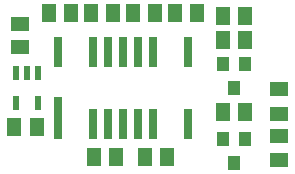
<source format=gbr>
G04 EAGLE Gerber RS-274X export*
G75*
%MOMM*%
%FSLAX34Y34*%
%LPD*%
%INSolderpaste Top*%
%IPPOS*%
%AMOC8*
5,1,8,0,0,1.08239X$1,22.5*%
G01*
%ADD10R,0.800000X2.600000*%
%ADD11R,0.800000X3.600000*%
%ADD12R,0.700000X2.600000*%
%ADD13R,1.240000X1.500000*%
%ADD14R,1.500000X1.200000*%
%ADD15R,0.550000X1.200000*%
%ADD16R,1.500000X1.240000*%
%ADD17R,1.000000X1.200000*%


D10*
X161680Y157500D03*
X51680Y157500D03*
X161680Y96500D03*
D11*
X51680Y101500D03*
D12*
X81280Y96500D03*
X93980Y96500D03*
X106680Y96500D03*
X119380Y96500D03*
X132080Y96500D03*
X132080Y157500D03*
X119380Y157500D03*
X106680Y157500D03*
X93980Y157500D03*
X81280Y157500D03*
D13*
X210160Y187960D03*
X191160Y187960D03*
X133960Y190500D03*
X114960Y190500D03*
X62840Y190500D03*
X43840Y190500D03*
X79400Y190500D03*
X98400Y190500D03*
X191160Y167640D03*
X210160Y167640D03*
X191160Y106680D03*
X210160Y106680D03*
X100940Y68580D03*
X81940Y68580D03*
X125120Y68580D03*
X144120Y68580D03*
D14*
X238760Y126070D03*
X238760Y105070D03*
X238760Y65700D03*
X238760Y86700D03*
D15*
X34900Y140001D03*
X25400Y140001D03*
X15900Y140001D03*
X15900Y113999D03*
X34900Y113999D03*
D16*
X19050Y180950D03*
X19050Y161950D03*
D13*
X33630Y93980D03*
X14630Y93980D03*
D17*
X200660Y127160D03*
X191160Y147160D03*
X210160Y147160D03*
X200660Y63660D03*
X191160Y83660D03*
X210160Y83660D03*
D13*
X150520Y190500D03*
X169520Y190500D03*
M02*

</source>
